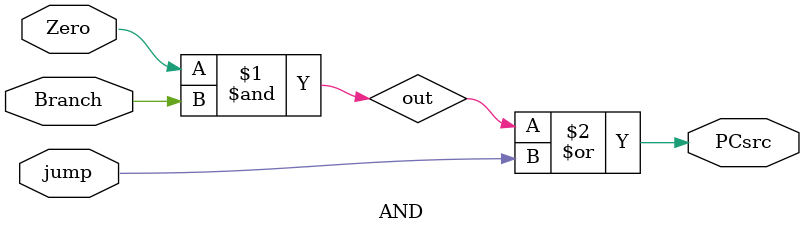
<source format=sv>
module AND (
    input Zero,Branch,jump,
    output PCsrc
);
wire out;
    assign out=Zero& Branch;
    assign PCsrc = out | jump;
endmodule   
</source>
